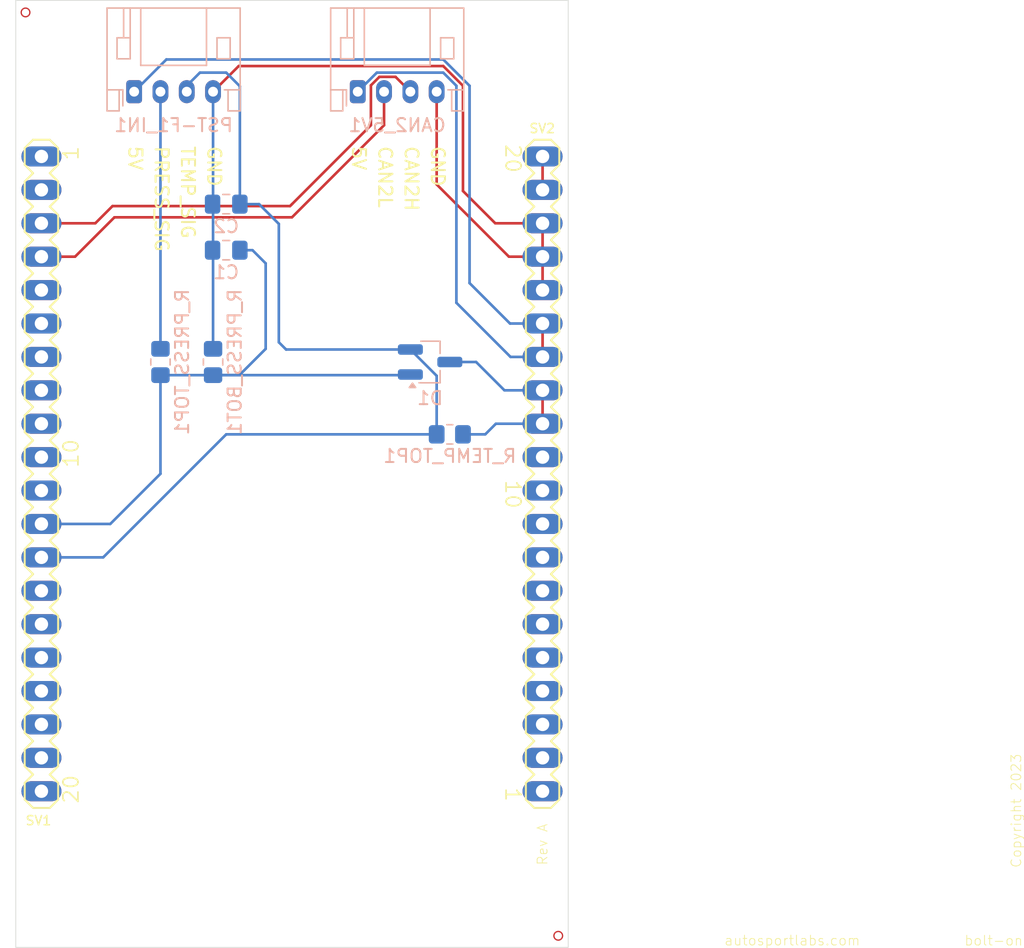
<source format=kicad_pcb>
(kicad_pcb (version 20241229) (generator "pcbnew") (generator_version "9.0")
  (layers (0 "F.Cu" signal) (4 "In1.Cu" signal) (6 "In2.Cu" signal) (2 "B.Cu" signal) (13 "F.Paste" user) (15 "B.Paste" user) (5 "F.SilkS" user "F.Silkscreen") (7 "B.SilkS" user "B.Silkscreen") (1 "F.Mask" user) (3 "B.Mask" user) (25 "Edge.Cuts" user))
  (net 0 "")
  (net 1 "GND")
  (net 2 "/IO14")
  (net 3 "/IO41")
  (net 4 "/IO40")
  (net 5 "/IO21")
  (net 6 "/CAN1L")
  (net 7 "/IO39")
  (net 8 "/CAN1H")
  (net 9 "/IO48")
  (net 10 "/TX_TO_DEBUG")
  (net 11 "/RX_FROM_DEBUG")
  (net 12 "/IO42")
  (net 13 "/IO45")
  (net 14 "/IO37")
  (net 15 "/IO47")
  (net 16 "/IO38")
  (net 17 "/IO1")
  (net 18 "/IO9")
  (net 19 "/IO17")
  (net 20 "/+12V")
  (net 21 "/IO46")
  (net 22 "/IO35")
  (net 23 "/IO36")
  (net 24 "/IO0")
  (net 25 "/IO2")
  (net 26 "/IO4")
  (net 27 "/IO5")
  (net 28 "/IO15")
  (net 29 "/IO18")
  (net 30 "/IO8")
  (net 31 "/IO16")
  (net 32 "/+3.3V")
  (net 33 "/+5V")
  (net 34 "/CAN2H")
  (net 35 "/CAN2L")
  (net 36 "Net-(PST-F1_IN1-PRESS_SIG)")
  (footprint "Bolt-on:MA20-1L_162" (layer "F.Cu") (at 129.4511 105.0036 90)
    (property "Reference" "SV1" (at -25.951 0.815 0) (layer "F.SilkS") (effects (font (size 0.6985 0.6985) (thickness 0.1143)) (justify right top)))
    (property "Value" "~")
    (fp_line (start 23.495 -1.27) (end 24.765 -1.27) (stroke (width 0.1524)) (layer "F.SilkS"))
    (fp_line (start 22.225 -1.27) (end 22.86 -0.635) (stroke (width 0.1524)) (layer "F.SilkS"))
    (fp_line (start 20.955 -1.27) (end 22.225 -1.27) (stroke (width 0.1524)) (layer "F.SilkS"))
    (fp_line (start 19.685 -1.27) (end 20.32 -0.635) (stroke (width 0.1524)) (layer "F.SilkS"))
    (fp_line (start 18.415 -1.27) (end 19.685 -1.27) (stroke (width 0.1524)) (layer "F.SilkS"))
    (fp_line (start 15.875 -1.27) (end 17.145 -1.27) (stroke (width 0.1524)) (layer "F.SilkS"))
    (fp_line (start 14.605 -1.27) (end 15.24 -0.635) (stroke (width 0.1524)) (layer "F.SilkS"))
    (fp_line (start 13.335 -1.27) (end 14.605 -1.27) (stroke (width 0.1524)) (layer "F.SilkS"))
    (fp_line (start 10.795 -1.27) (end 12.065 -1.27) (stroke (width 0.1524)) (layer "F.SilkS"))
    (fp_line (start 9.525 -1.27) (end 10.16 -0.635) (stroke (width 0.1524)) (layer "F.SilkS"))
    (fp_line (start 8.255 -1.27) (end 9.525 -1.27) (stroke (width 0.1524)) (layer "F.SilkS"))
    (fp_line (start 6.985 -1.27) (end 7.62 -0.635) (stroke (width 0.1524)) (layer "F.SilkS"))
    (fp_line (start 5.715 -1.27) (end 6.985 -1.27) (stroke (width 0.1524)) (layer "F.SilkS"))
    (fp_line (start 3.175 -1.27) (end 4.445 -1.27) (stroke (width 0.1524)) (layer "F.SilkS"))
    (fp_line (start 1.905 -1.27) (end 2.54 -0.635) (stroke (width 0.1524)) (layer "F.SilkS"))
    (fp_line (start 0.635 -1.27) (end 1.905 -1.27) (stroke (width 0.1524)) (layer "F.SilkS"))
    (fp_line (start -1.905 -1.27) (end -0.635 -1.27) (stroke (width 0.1524)) (layer "F.SilkS"))
    (fp_line (start -3.175 -1.27) (end -2.54 -0.635) (stroke (width 0.1524)) (layer "F.SilkS"))
    (fp_line (start -4.445 -1.27) (end -3.175 -1.27) (stroke (width 0.1524)) (layer "F.SilkS"))
    (fp_line (start -5.715 -1.27) (end -5.08 -0.635) (stroke (width 0.1524)) (layer "F.SilkS"))
    (fp_line (start -6.985 -1.27) (end -5.715 -1.27) (stroke (width 0.1524)) (layer "F.SilkS"))
    (fp_line (start -9.525 -1.27) (end -8.255 -1.27) (stroke (width 0.1524)) (layer "F.SilkS"))
    (fp_line (start -10.795 -1.27) (end -10.16 -0.635) (stroke (width 0.1524)) (layer "F.SilkS"))
    (fp_line (start -12.065 -1.27) (end -10.795 -1.27) (stroke (width 0.1524)) (layer "F.SilkS"))
    (fp_line (start -14.605 -1.27) (end -13.335 -1.27) (stroke (width 0.1524)) (layer "F.SilkS"))
    (fp_line (start -15.875 -1.27) (end -15.24 -0.635) (stroke (width 0.1524)) (layer "F.SilkS"))
    (fp_line (start -17.145 -1.27) (end -15.875 -1.27) (stroke (width 0.1524)) (layer "F.SilkS"))
    (fp_line (start -18.415 -1.27) (end -17.78 -0.635) (stroke (width 0.1524)) (layer "F.SilkS"))
    (fp_line (start -19.685 -1.27) (end -18.415 -1.27) (stroke (width 0.1524)) (layer "F.SilkS"))
    (fp_line (start -22.225 -1.27) (end -20.955 -1.27) (stroke (width 0.1524)) (layer "F.SilkS"))
    (fp_line (start -23.495 -1.27) (end -22.86 -0.635) (stroke (width 0.1524)) (layer "F.SilkS"))
    (fp_line (start -24.765 -1.27) (end -23.495 -1.27) (stroke (width 0.1524)) (layer "F.SilkS"))
    (fp_line (start 25.4 -0.635) (end 24.765 -1.27) (stroke (width 0.1524)) (layer "F.SilkS"))
    (fp_line (start 22.86 -0.635) (end 23.495 -1.27) (stroke (width 0.1524)) (layer "F.SilkS"))
    (fp_line (start 20.32 -0.635) (end 20.955 -1.27) (stroke (width 0.1524)) (layer "F.SilkS"))
    (fp_line (start 17.78 -0.635) (end 18.415 -1.27) (stroke (width 0.1524)) (layer "F.SilkS"))
    (fp_line (start 17.78 -0.635) (end 17.145 -1.27) (stroke (width 0.1524)) (layer "F.SilkS"))
    (fp_line (start 15.24 -0.635) (end 15.875 -1.27) (stroke (width 0.1524)) (layer "F.SilkS"))
    (fp_line (start 12.7 -0.635) (end 13.335 -1.27) (stroke (width 0.1524)) (layer "F.SilkS"))
    (fp_line (start 12.7 -0.635) (end 12.065 -1.27) (stroke (width 0.1524)) (layer "F.SilkS"))
    (fp_line (start 10.16 -0.635) (end 10.795 -1.27) (stroke (width 0.1524)) (layer "F.SilkS"))
    (fp_line (start 7.62 -0.635) (end 8.255 -1.27) (stroke (width 0.1524)) (layer "F.SilkS"))
    (fp_line (start 5.08 -0.635) (end 5.715 -1.27) (stroke (width 0.1524)) (layer "F.SilkS"))
    (fp_line (start 5.08 -0.635) (end 4.445 -1.27) (stroke (width 0.1524)) (layer "F.SilkS"))
    (fp_line (start 2.54 -0.635) (end 3.175 -1.27) (stroke (width 0.1524)) (layer "F.SilkS"))
    (fp_line (start 0 -0.635) (end 0.635 -1.27) (stroke (width 0.1524)) (layer "F.SilkS"))
    (fp_line (start 0 -0.635) (end -0.635 -1.27) (stroke (width 0.1524)) (layer "F.SilkS"))
    (fp_line (start -2.54 -0.635) (end -1.905 -1.27) (stroke (width 0.1524)) (layer "F.SilkS"))
    (fp_line (start -5.08 -0.635) (end -4.445 -1.27) (stroke (width 0.1524)) (layer "F.SilkS"))
    (fp_line (start -7.62 -0.635) (end -6.985 -1.27) (stroke (width 0.1524)) (layer "F.SilkS"))
    (fp_line (start -7.62 -0.635) (end -8.255 -1.27) (stroke (width 0.1524)) (layer "F.SilkS"))
    (fp_line (start -10.16 -0.635) (end -9.525 -1.27) (stroke (width 0.1524)) (layer "F.SilkS"))
    (fp_line (start -12.7 -0.635) (end -12.065 -1.27) (stroke (width 0.1524)) (layer "F.SilkS"))
    (fp_line (start -12.7 -0.635) (end -13.335 -1.27) (stroke (width 0.1524)) (layer "F.SilkS"))
    (fp_line (start -15.24 -0.635) (end -14.605 -1.27) (stroke (width 0.1524)) (layer "F.SilkS"))
    (fp_line (start -17.78 -0.635) (end -17.145 -1.27) (stroke (width 0.1524)) (layer "F.SilkS"))
    (fp_line (start -20.32 -0.635) (end -19.685 -1.27) (stroke (width 0.1524)) (layer "F.SilkS"))
    (fp_line (start -20.32 -0.635) (end -20.955 -1.27) (stroke (width 0.1524)) (layer "F.SilkS"))
    (fp_line (start -22.86 -0.635) (end -22.225 -1.27) (stroke (width 0.1524)) (layer "F.SilkS"))
    (fp_line (start -25.4 -0.635) (end -24.765 -1.27) (stroke (width 0.1524)) (layer "F.SilkS"))
    (fp_line (start 25.4 0.635) (end 25.4 -0.635) (stroke (width 0.1524)) (layer "F.SilkS"))
    (fp_line (start 22.86 0.635) (end 22.225 1.27) (stroke (width 0.1524)) (layer "F.SilkS"))
    (fp_line (start 20.32 0.635) (end 19.685 1.27) (stroke (width 0.1524)) (layer "F.SilkS"))
    (fp_line (start 15.24 0.635) (end 14.605 1.27) (stroke (width 0.1524)) (layer "F.SilkS"))
    (fp_line (start 10.16 0.635) (end 9.525 1.27) (stroke (width 0.1524)) (layer "F.SilkS"))
    (fp_line (start 7.62 0.635) (end 6.985 1.27) (stroke (width 0.1524)) (layer "F.SilkS"))
    (fp_line (start 2.54 0.635) (end 1.905 1.27) (stroke (width 0.1524)) (layer "F.SilkS"))
    (fp_line (start -2.54 0.635) (end -3.175 1.27) (stroke (width 0.1524)) (layer "F.SilkS"))
    (fp_line (start -5.08 0.635) (end -5.715 1.27) (stroke (width 0.1524)) (layer "F.SilkS"))
    (fp_line (start -10.16 0.635) (end -10.795 1.27) (stroke (width 0.1524)) (layer "F.SilkS"))
    (fp_line (start -15.24 0.635) (end -15.875 1.27) (stroke (width 0.1524)) (layer "F.SilkS"))
    (fp_line (start -17.78 0.635) (end -18.415 1.27) (stroke (width 0.1524)) (layer "F.SilkS"))
    (fp_line (start -22.86 0.635) (end -23.495 1.27) (stroke (width 0.1524)) (layer "F.SilkS"))
    (fp_line (start -25.4 0.635) (end -25.4 -0.635) (stroke (width 0.1524)) (layer "F.SilkS"))
    (fp_line (start 24.765 1.27) (end 25.4 0.635) (stroke (width 0.1524)) (layer "F.SilkS"))
    (fp_line (start 24.765 1.27) (end 23.495 1.27) (stroke (width 0.1524)) (layer "F.SilkS"))
    (fp_line (start 23.495 1.27) (end 22.86 0.635) (stroke (width 0.1524)) (layer "F.SilkS"))
    (fp_line (start 22.225 1.27) (end 20.955 1.27) (stroke (width 0.1524)) (layer "F.SilkS"))
    (fp_line (start 20.955 1.27) (end 20.32 0.635) (stroke (width 0.1524)) (layer "F.SilkS"))
    (fp_line (start 19.685 1.27) (end 18.415 1.27) (stroke (width 0.1524)) (layer "F.SilkS"))
    (fp_line (start 18.415 1.27) (end 17.78 0.635) (stroke (width 0.1524)) (layer "F.SilkS"))
    (fp_line (start 17.145 1.27) (end 17.78 0.635) (stroke (width 0.1524)) (layer "F.SilkS"))
    (fp_line (start 17.145 1.27) (end 15.875 1.27) (stroke (width 0.1524)) (layer "F.SilkS"))
    (fp_line (start 15.875 1.27) (end 15.24 0.635) (stroke (width 0.1524)) (layer "F.SilkS"))
    (fp_line (start 14.605 1.27) (end 13.335 1.27) (stroke (width 0.1524)) (layer "F.SilkS"))
    (fp_line (start 13.335 1.27) (end 12.7 0.635) (stroke (width 0.1524)) (layer "F.SilkS"))
    (fp_line (start 12.065 1.27) (end 12.7 0.635) (stroke (width 0.1524)) (layer "F.SilkS"))
    (fp_line (start 12.065 1.27) (end 10.795 1.27) (stroke (width 0.1524)) (layer "F.SilkS"))
    (fp_line (start 10.795 1.27) (end 10.16 0.635) (stroke (width 0.1524)) (layer "F.SilkS"))
    (fp_line (start 9.525 1.27) (end 8.255 1.27) (stroke (width 0.1524)) (layer "F.SilkS"))
    (fp_line (start 8.255 1.27) (end 7.62 0.635) (stroke (width 0.1524)) (layer "F.SilkS"))
    (fp_line (start 6.985 1.27) (end 5.715 1.27) (stroke (width 0.1524)) (layer "F.SilkS"))
    (fp_line (start 5.715 1.27) (end 5.08 0.635) (stroke (width 0.1524)) (layer "F.SilkS"))
    (fp_line (start 4.445 1.27) (end 5.08 0.635) (stroke (width 0.1524)) (layer "F.SilkS"))
    (fp_line (start 4.445 1.27) (end 3.175 1.27) (stroke (width 0.1524)) (layer "F.SilkS"))
    (fp_line (start 3.175 1.27) (end 2.54 0.635) (stroke (width 0.1524)) (layer "F.SilkS"))
    (fp_line (start 1.905 1.27) (end 0.635 1.27) (stroke (width 0.1524)) (layer "F.SilkS"))
    (fp_line (start 0.635 1.27) (end 0 0.635) (stroke (width 0.1524)) (layer "F.SilkS"))
    (fp_line (start -0.635 1.27) (end 0 0.635) (stroke (width 0.1524)) (layer "F.SilkS"))
    (fp_line (start -0.635 1.27) (end -1.905 1.27) (stroke (width 0.1524)) (layer "F.SilkS"))
    (fp_line (start -1.905 1.27) (end -2.54 0.635) (stroke (width 0.1524)) (layer "F.SilkS"))
    (fp_line (start -3.175 1.27) (end -4.445 1.27) (stroke (width 0.1524)) (layer "F.SilkS"))
    (fp_line (start -4.445 1.27) (end -5.08 0.635) (stroke (width 0.1524)) (layer "F.SilkS"))
    (fp_line (start -5.715 1.27) (end -6.985 1.27) (stroke (width 0.1524)) (layer "F.SilkS"))
    (fp_line (start -6.985 1.27) (end -7.62 0.635) (stroke (width 0.1524)) (layer "F.SilkS"))
    (fp_line (start -8.255 1.27) (end -7.62 0.635) (stroke (width 0.1524)) (layer "F.SilkS"))
    (fp_line (start -8.255 1.27) (end -9.525 1.27) (stroke (width 0.1524)) (layer "F.SilkS"))
    (fp_line (start -9.525 1.27) (end -10.16 0.635) (stroke (width 0.1524)) (layer "F.SilkS"))
    (fp_line (start -10.795 1.27) (end -12.065 1.27) (stroke (width 0.1524)) (layer "F.SilkS"))
    (fp_line (start -12.065 1.27) (end -12.7 0.635) (stroke (width 0.1524)) (layer "F.SilkS"))
    (fp_line (start -13.335 1.27) (end -12.7 0.635) (stroke (width 0.1524)) (layer "F.SilkS"))
    (fp_line (start -13.335 1.27) (end -14.605 1.27) (stroke (width 0.1524)) (layer "F.SilkS"))
    (fp_line (start -14.605 1.27) (end -15.24 0.635) (stroke (width 0.1524)) (layer "F.SilkS"))
    (fp_line (start -15.875 1.27) (end -17.145 1.27) (stroke (width 0.1524)) (layer "F.SilkS"))
    (fp_line (start -17.145 1.27) (end -17.78 0.635) (stroke (width 0.1524)) (layer "F.SilkS"))
    (fp_line (start -18.415 1.27) (end -19.685 1.27) (stroke (width 0.1524)) (layer "F.SilkS"))
    (fp_line (start -19.685 1.27) (end -20.32 0.635) (stroke (width 0.1524)) (layer "F.SilkS"))
    (fp_line (start -20.955 1.27) (end -20.32 0.635) (stroke (width 0.1524)) (layer "F.SilkS"))
    (fp_line (start -20.955 1.27) (end -22.225 1.27) (stroke (width 0.1524)) (layer "F.SilkS"))
    (fp_line (start -22.225 1.27) (end -22.86 0.635) (stroke (width 0.1524)) (layer "F.SilkS"))
    (fp_line (start -23.495 1.27) (end -24.765 1.27) (stroke (width 0.1524)) (layer "F.SilkS"))
    (fp_line (start -24.765 1.27) (end -25.4 0.635) (stroke (width 0.1524)) (layer "F.SilkS"))
    (fp_text user "20" (at -25.146 2.921 90) (layer "F.SilkS") (effects (font (size 1.143 1.143) (thickness 0.127)) (justify left bottom)))
    (fp_text user "1" (at 23.749 2.921 90) (layer "F.SilkS") (effects (font (size 1.143 1.143) (thickness 0.127)) (justify left bottom)))
    (fp_text user "10" (at 0.381 2.921 90) (layer "F.SilkS") (effects (font (size 1.143 1.143) (thickness 0.127)) (justify left bottom)))
    (pad "1" thru_hole oval (at 24.13 0 180) (size 3.048 1.524) (drill 1.016) (layers "*.Cu" "*.Mask") (net 8 "/CAN1H"))
    (pad "2" thru_hole oval (at 21.59 0 180) (size 3.048 1.524) (drill 1.016) (layers "*.Cu" "*.Mask") (net 6 "/CAN1L"))
    (pad "3" thru_hole oval (at 19.05 0 180) (size 3.048 1.524) (drill 1.016) (layers "*.Cu" "*.Mask") (net 34 "/CAN2H"))
    (pad "4" thru_hole oval (at 16.51 0 180) (size 3.048 1.524) (drill 1.016) (layers "*.Cu" "*.Mask") (net 35 "/CAN2L"))
    (pad "5" thru_hole oval (at 13.97 0 180) (size 3.048 1.524) (drill 1.016) (layers "*.Cu" "*.Mask") (net 11 "/RX_FROM_DEBUG"))
    (pad "6" thru_hole oval (at 11.43 0 180) (size 3.048 1.524) (drill 1.016) (layers "*.Cu" "*.Mask") (net 10 "/TX_TO_DEBUG"))
    (pad "7" thru_hole oval (at 8.89 0 180) (size 3.048 1.524) (drill 1.016) (layers "*.Cu" "*.Mask") (net 2 "/IO14"))
    (pad "8" thru_hole oval (at 6.35 0 180) (size 3.048 1.524) (drill 1.016) (layers "*.Cu" "*.Mask") (net 5 "/IO21"))
    (pad "9" thru_hole oval (at 3.81 0 180) (size 3.048 1.524) (drill 1.016) (layers "*.Cu" "*.Mask") (net 15 "/IO47"))
    (pad "10" thru_hole oval (at 1.27 0 180) (size 3.048 1.524) (drill 1.016) (layers "*.Cu" "*.Mask") (net 9 "/IO48"))
    (pad "11" thru_hole oval (at -1.27 0 180) (size 3.048 1.524) (drill 1.016) (layers "*.Cu" "*.Mask") (net 13 "/IO45"))
    (pad "12" thru_hole oval (at -3.81 0 180) (size 3.048 1.524) (drill 1.016) (layers "*.Cu" "*.Mask") (net 22 "/IO35"))
    (pad "13" thru_hole oval (at -6.35 0 180) (size 3.048 1.524) (drill 1.016) (layers "*.Cu" "*.Mask") (net 23 "/IO36"))
    (pad "14" thru_hole oval (at -8.89 0 180) (size 3.048 1.524) (drill 1.016) (layers "*.Cu" "*.Mask") (net 14 "/IO37"))
    (pad "15" thru_hole oval (at -11.43 0 180) (size 3.048 1.524) (drill 1.016) (layers "*.Cu" "*.Mask") (net 16 "/IO38"))
    (pad "16" thru_hole oval (at -13.97 0 180) (size 3.048 1.524) (drill 1.016) (layers "*.Cu" "*.Mask") (net 7 "/IO39"))
    (pad "17" thru_hole oval (at -16.51 0 180) (size 3.048 1.524) (drill 1.016) (layers "*.Cu" "*.Mask") (net 4 "/IO40"))
    (pad "18" thru_hole oval (at -19.05 0 180) (size 3.048 1.524) (drill 1.016) (layers "*.Cu" "*.Mask") (net 3 "/IO41"))
    (pad "19" thru_hole oval (at -21.59 0 180) (size 3.048 1.524) (drill 1.016) (layers "*.Cu" "*.Mask") (net 12 "/IO42"))
    (pad "20" thru_hole oval (at -24.13 0 180) (size 3.048 1.524) (drill 1.016) (layers "*.Cu" "*.Mask") (net 17 "/IO1"))
  )
  (footprint "Bolt-on:MA20-1L_162" (layer "F.Cu") (at 167.5511 105.0036 -90)
    (property "Reference" "SV2" (at -26.669 -1.015 0) (layer "F.SilkS") (effects (font (size 0.6985 0.6985) (thickness 0.1143)) (justify right top)))
    (property "Value" "~")
    (fp_line (start -24.765 1.27) (end -25.4 0.635) (stroke (width 0.1524)) (layer "F.SilkS"))
    (fp_line (start -23.495 1.27) (end -24.765 1.27) (stroke (width 0.1524)) (layer "F.SilkS"))
    (fp_line (start -22.225 1.27) (end -22.86 0.635) (stroke (width 0.1524)) (layer "F.SilkS"))
    (fp_line (start -20.955 1.27) (end -22.225 1.27) (stroke (width 0.1524)) (layer "F.SilkS"))
    (fp_line (start -20.955 1.27) (end -20.32 0.635) (stroke (width 0.1524)) (layer "F.SilkS"))
    (fp_line (start -19.685 1.27) (end -20.32 0.635) (stroke (width 0.1524)) (layer "F.SilkS"))
    (fp_line (start -18.415 1.27) (end -19.685 1.27) (stroke (width 0.1524)) (layer "F.SilkS"))
    (fp_line (start -17.145 1.27) (end -17.78 0.635) (stroke (width 0.1524)) (layer "F.SilkS"))
    (fp_line (start -15.875 1.27) (end -17.145 1.27) (stroke (width 0.1524)) (layer "F.SilkS"))
    (fp_line (start -14.605 1.27) (end -15.24 0.635) (stroke (width 0.1524)) (layer "F.SilkS"))
    (fp_line (start -13.335 1.27) (end -14.605 1.27) (stroke (width 0.1524)) (layer "F.SilkS"))
    (fp_line (start -13.335 1.27) (end -12.7 0.635) (stroke (width 0.1524)) (layer "F.SilkS"))
    (fp_line (start -12.065 1.27) (end -12.7 0.635) (stroke (width 0.1524)) (layer "F.SilkS"))
    (fp_line (start -10.795 1.27) (end -12.065 1.27) (stroke (width 0.1524)) (layer "F.SilkS"))
    (fp_line (start -9.525 1.27) (end -10.16 0.635) (stroke (width 0.1524)) (layer "F.SilkS"))
    (fp_line (start -8.255 1.27) (end -9.525 1.27) (stroke (width 0.1524)) (layer "F.SilkS"))
    (fp_line (start -8.255 1.27) (end -7.62 0.635) (stroke (width 0.1524)) (layer "F.SilkS"))
    (fp_line (start -6.985 1.27) (end -7.62 0.635) (stroke (width 0.1524)) (layer "F.SilkS"))
    (fp_line (start -5.715 1.27) (end -6.985 1.27) (stroke (width 0.1524)) (layer "F.SilkS"))
    (fp_line (start -4.445 1.27) (end -5.08 0.635) (stroke (width 0.1524)) (layer "F.SilkS"))
    (fp_line (start -3.175 1.27) (end -4.445 1.27) (stroke (width 0.1524)) (layer "F.SilkS"))
    (fp_line (start -1.905 1.27) (end -2.54 0.635) (stroke (width 0.1524)) (layer "F.SilkS"))
    (fp_line (start -0.635 1.27) (end -1.905 1.27) (stroke (width 0.1524)) (layer "F.SilkS"))
    (fp_line (start -0.635 1.27) (end 0 0.635) (stroke (width 0.1524)) (layer "F.SilkS"))
    (fp_line (start 0.635 1.27) (end 0 0.635) (stroke (width 0.1524)) (layer "F.SilkS"))
    (fp_line (start 1.905 1.27) (end 0.635 1.27) (stroke (width 0.1524)) (layer "F.SilkS"))
    (fp_line (start 3.175 1.27) (end 2.54 0.635) (stroke (width 0.1524)) (layer "F.SilkS"))
    (fp_line (start 4.445 1.27) (end 3.175 1.27) (stroke (width 0.1524)) (layer "F.SilkS"))
    (fp_line (start 4.445 1.27) (end 5.08 0.635) (stroke (width 0.1524)) (layer "F.SilkS"))
    (fp_line (start 5.715 1.27) (end 5.08 0.635) (stroke (width 0.1524)) (layer "F.SilkS"))
    (fp_line (start 6.985 1.27) (end 5.715 1.27) (stroke (width 0.1524)) (layer "F.SilkS"))
    (fp_line (start 8.255 1.27) (end 7.62 0.635) (stroke (width 0.1524)) (layer "F.SilkS"))
    (fp_line (start 9.525 1.27) (end 8.255 1.27) (stroke (width 0.1524)) (layer "F.SilkS"))
    (fp_line (start 10.795 1.27) (end 10.16 0.635) (stroke (width 0.1524)) (layer "F.SilkS"))
    (fp_line (start 12.065 1.27) (end 10.795 1.27) (stroke (width 0.1524)) (layer "F.SilkS"))
    (fp_line (start 12.065 1.27) (end 12.7 0.635) (stroke (width 0.1524)) (layer "F.SilkS"))
    (fp_line (start 13.335 1.27) (end 12.7 0.635) (stroke (width 0.1524)) (layer "F.SilkS"))
    (fp_line (start 14.605 1.27) (end 13.335 1.27) (stroke (width 0.1524)) (layer "F.SilkS"))
    (fp_line (start 15.875 1.27) (end 15.24 0.635) (stroke (width 0.1524)) (layer "F.SilkS"))
    (fp_line (start 17.145 1.27) (end 15.875 1.27) (stroke (width 0.1524)) (layer "F.SilkS"))
    (fp_line (start 17.145 1.27) (end 17.78 0.635) (stroke (width 0.1524)) (layer "F.SilkS"))
    (fp_line (start 18.415 1.27) (end 17.78 0.635) (stroke (width 0.1524)) (layer "F.SilkS"))
    (fp_line (start 19.685 1.27) (end 18.415 1.27) (stroke (width 0.1524)) (layer "F.SilkS"))
    (fp_line (start 20.955 1.27) (end 20.32 0.635) (stroke (width 0.1524)) (layer "F.SilkS"))
    (fp_line (start 22.225 1.27) (end 20.955 1.27) (stroke (width 0.1524)) (layer "F.SilkS"))
    (fp_line (start 23.495 1.27) (end 22.86 0.635) (stroke (width 0.1524)) (layer "F.SilkS"))
    (fp_line (start 24.765 1.27) (end 23.495 1.27) (stroke (width 0.1524)) (layer "F.SilkS"))
    (fp_line (start 24.765 1.27) (end 25.4 0.635) (stroke (width 0.1524)) (layer "F.SilkS"))
    (fp_line (start -25.4 0.635) (end -25.4 -0.635) (stroke (width 0.1524)) (layer "F.SilkS"))
    (fp_line (start -22.86 0.635) (end -23.495 1.27) (stroke (width 0.1524)) (layer "F.SilkS"))
    (fp_line (start -17.78 0.635) (end -18.415 1.27) (stroke (width 0.1524)) (layer "F.SilkS"))
    (fp_line (start -15.24 0.635) (end -15.875 1.27) (stroke (width 0.1524)) (layer "F.SilkS"))
    (fp_line (start -10.16 0.635) (end -10.795 1.27) (stroke (width 0.1524)) (layer "F.SilkS"))
    (fp_line (start -5.08 0.635) (end -5.715 1.27) (stroke (width 0.1524)) (layer "F.SilkS"))
    (fp_line (start -2.54 0.635) (end -3.175 1.27) (stroke (width 0.1524)) (layer "F.SilkS"))
    (fp_line (start 2.54 0.635) (end 1.905 1.27) (stroke (width 0.1524)) (layer "F.SilkS"))
    (fp_line (start 7.62 0.635) (end 6.985 1.27) (stroke (width 0.1524)) (layer "F.SilkS"))
    (fp_line (start 10.16 0.635) (end 9.525 1.27) (stroke (width 0.1524)) (layer "F.SilkS"))
    (fp_line (start 15.24 0.635) (end 14.605 1.27) (stroke (width 0.1524)) (layer "F.SilkS"))
    (fp_line (start 20.32 0.635) (end 19.685 1.27) (stroke (width 0.1524)) (layer "F.SilkS"))
    (fp_line (start 22.86 0.635) (end 22.225 1.27) (stroke (width 0.1524)) (layer "F.SilkS"))
    (fp_line (start 25.4 0.635) (end 25.4 -0.635) (stroke (width 0.1524)) (layer "F.SilkS"))
    (fp_line (start -25.4 -0.635) (end -24.765 -1.27) (stroke (width 0.1524)) (layer "F.SilkS"))
    (fp_line (start -22.86 -0.635) (end -22.225 -1.27) (stroke (width 0.1524)) (layer "F.SilkS"))
    (fp_line (start -20.32 -0.635) (end -20.955 -1.27) (stroke (width 0.1524)) (layer "F.SilkS"))
    (fp_line (start -20.32 -0.635) (end -19.685 -1.27) (stroke (width 0.1524)) (layer "F.SilkS"))
    (fp_line (start -17.78 -0.635) (end -17.145 -1.27) (stroke (width 0.1524)) (layer "F.SilkS"))
    (fp_line (start -15.24 -0.635) (end -14.605 -1.27) (stroke (width 0.1524)) (layer "F.SilkS"))
    (fp_line (start -12.7 -0.635) (end -13.335 -1.27) (stroke (width 0.1524)) (layer "F.SilkS"))
    (fp_line (start -12.7 -0.635) (end -12.065 -1.27) (stroke (width 0.1524)) (layer "F.SilkS"))
    (fp_line (start -10.16 -0.635) (end -9.525 -1.27) (stroke (width 0.1524)) (layer "F.SilkS"))
    (fp_line (start -7.62 -0.635) (end -8.255 -1.27) (stroke (width 0.1524)) (layer "F.SilkS"))
    (fp_line (start -7.62 -0.635) (end -6.985 -1.27) (stroke (width 0.1524)) (layer "F.SilkS"))
    (fp_line (start -5.08 -0.635) (end -4.445 -1.27) (stroke (width 0.1524)) (layer "F.SilkS"))
    (fp_line (start -2.54 -0.635) (end -1.905 -1.27) (stroke (width 0.1524)) (layer "F.SilkS"))
    (fp_line (start 0 -0.635) (end -0.635 -1.27) (stroke (width 0.1524)) (layer "F.SilkS"))
    (fp_line (start 0 -0.635) (end 0.635 -1.27) (stroke (width 0.1524)) (layer "F.SilkS"))
    (fp_line (start 2.54 -0.635) (end 3.175 -1.27) (stroke (width 0.1524)) (layer "F.SilkS"))
    (fp_line (start 5.08 -0.635) (end 4.445 -1.27) (stroke (width 0.1524)) (layer "F.SilkS"))
    (fp_line (start 5.08 -0.635) (end 5.715 -1.27) (stroke (width 0.1524)) (layer "F.SilkS"))
    (fp_line (start 7.62 -0.635) (end 8.255 -1.27) (stroke (width 0.1524)) (layer "F.SilkS"))
    (fp_line (start 10.16 -0.635) (end 10.795 -1.27) (stroke (width 0.1524)) (layer "F.SilkS"))
    (fp_line (start 12.7 -0.635) (end 12.065 -1.27) (stroke (width 0.1524)) (layer "F.SilkS"))
    (fp_line (start 12.7 -0.635) (end 13.335 -1.27) (stroke (width 0.1524)) (layer "F.SilkS"))
    (fp_line (start 15.24 -0.635) (end 15.875 -1.27) (stroke (width 0.1524)) (layer "F.SilkS"))
    (fp_line (start 17.78 -0.635) (end 17.145 -1.27) (stroke (width 0.1524)) (layer "F.SilkS"))
    (fp_line (start 17.78 -0.635) (end 18.415 -1.27) (stroke (width 0.1524)) (layer "F.SilkS"))
    (fp_line (start 20.32 -0.635) (end 20.955 -1.27) (stroke (width 0.1524)) (layer "F.SilkS"))
    (fp_line (start 22.86 -0.635) (end 23.495 -1.27) (stroke (width 0.1524)) (layer "F.SilkS"))
    (fp_line (start 25.4 -0.635) (end 24.765 -1.27) (stroke (width 0.1524)) (layer "F.SilkS"))
    (fp_line (start -24.765 -1.27) (end -23.495 -1.27) (stroke (width 0.1524)) (layer "F.SilkS"))
    (fp_line (start -23.495 -1.27) (end -22.86 -0.635) (stroke (width 0.1524)) (layer "F.SilkS"))
    (fp_line (start -22.225 -1.27) (end -20.955 -1.27) (stroke (width 0.1524)) (layer "F.SilkS"))
    (fp_line (start -19.685 -1.27) (end -18.415 -1.27) (stroke (width 0.1524)) (layer "F.SilkS"))
    (fp_line (start -18.415 -1.27) (end -17.78 -0.635) (stroke (width 0.1524)) (layer "F.SilkS"))
    (fp_line (start -17.145 -1.27) (end -15.875 -1.27) (stroke (width 0.1524)) (layer "F.SilkS"))
    (fp_line (start -15.875 -1.27) (end -15.24 -0.635) (stroke (width 0.1524)) (layer "F.SilkS"))
    (fp_line (start -14.605 -1.27) (end -13.335 -1.27) (stroke (width 0.1524)) (layer "F.SilkS"))
    (fp_line (start -12.065 -1.27) (end -10.795 -1.27) (stroke (width 0.1524)) (layer "F.SilkS"))
    (fp_line (start -10.795 -1.27) (end -10.16 -0.635) (stroke (width 0.1524)) (layer "F.SilkS"))
    (fp_line (start -9.525 -1.27) (end -8.255 -1.27) (stroke (width 0.1524)) (layer "F.SilkS"))
    (fp_line (start -6.985 -1.27) (end -5.715 -1.27) (stroke (width 0.1524)) (layer "F.SilkS"))
    (fp_line (start -5.715 -1.27) (end -5.08 -0.635) (stroke (width 0.1524)) (layer "F.SilkS"))
    (fp_line (start -4.445 -1.27) (end -3.175 -1.27) (stroke (width 0.1524)) (layer "F.SilkS"))
    (fp_line (start -3.175 -1.27) (end -2.54 -0.635) (stroke (width 0.1524)) (layer "F.SilkS"))
    (fp_line (start -1.905 -1.27) (end -0.635 -1.27) (stroke (width 0.1524)) (layer "F.SilkS"))
    (fp_line (start 0.635 -1.27) (end 1.905 -1.27) (stroke (width 0.1524)) (layer "F.SilkS"))
    (fp_line (start 1.905 -1.27) (end 2.54 -0.635) (stroke (width 0.1524)) (layer "F.SilkS"))
    (fp_line (start 3.175 -1.27) (end 4.445 -1.27) (stroke (width 0.1524)) (layer "F.SilkS"))
    (fp_line (start 5.715 -1.27) (end 6.985 -1.27) (stroke (width 0.1524)) (layer "F.SilkS"))
    (fp_line (start 6.985 -1.27) (end 7.62 -0.635) (stroke (width 0.1524)) (layer "F.SilkS"))
    (fp_line (start 8.255 -1.27) (end 9.525 -1.27) (stroke (width 0.1524)) (layer "F.SilkS"))
    (fp_line (start 9.525 -1.27) (end 10.16 -0.635) (stroke (width 0.1524)) (layer "F.SilkS"))
    (fp_line (start 10.795 -1.27) (end 12.065 -1.27) (stroke (width 0.1524)) (layer "F.SilkS"))
    (fp_line (start 13.335 -1.27) (end 14.605 -1.27) (stroke (width 0.1524)) (layer "F.SilkS"))
    (fp_line (start 14.605 -1.27) (end 15.24 -0.635) (stroke (width 0.1524)) (layer "F.SilkS"))
    (fp_line (start 15.875 -1.27) (end 17.145 -1.27) (stroke (width 0.1524)) (layer "F.SilkS"))
    (fp_line (start 18.415 -1.27) (end 19.685 -1.27) (stroke (width 0.1524)) (layer "F.SilkS"))
    (fp_line (start 19.685 -1.27) (end 20.32 -0.635) (stroke (width 0.1524)) (layer "F.SilkS"))
    (fp_line (start 20.955 -1.27) (end 22.225 -1.27) (stroke (width 0.1524)) (layer "F.SilkS"))
    (fp_line (start 22.225 -1.27) (end 22.86 -0.635) (stroke (width 0.1524)) (layer "F.SilkS"))
    (fp_line (start 23.495 -1.27) (end 24.765 -1.27) (stroke (width 0.1524)) (layer "F.SilkS"))
    (fp_text user "1" (at 23.749 2.921 270) (layer "F.SilkS") (effects (font (size 1.143 1.143) (thickness 0.127)) (justify left bottom)))
    (fp_text user "10" (at 0.381 2.921 270) (layer "F.SilkS") (effects (font (size 1.143 1.143) (thickness 0.127)) (justify left bottom)))
    (fp_text user "20" (at -25.146 2.921 270) (layer "F.SilkS") (effects (font (size 1.143 1.143) (thickness 0.127)) (justify left bottom)))
    (pad "1" thru_hole oval (at 24.13 0) (size 3.048 1.524) (drill 1.016) (layers "*.Cu" "*.Mask") (net 26 "/IO4"))
    (pad "2" thru_hole oval (at 21.59 0) (size 3.048 1.524) (drill 1.016) (layers "*.Cu" "*.Mask") (net 27 "/IO5"))
    (pad "3" thru_hole oval (at 19.05 0) (size 3.048 1.524) (drill 1.016) (layers "*.Cu" "*.Mask") (net 28 "/IO15"))
    (pad "4" thru_hole oval (at 16.51 0) (size 3.048 1.524) (drill 1.016) (layers "*.Cu" "*.Mask") (net 31 "/IO16"))
    (pad "5" thru_hole oval (at 13.97 0) (size 3.048 1.524) (drill 1.016) (layers "*.Cu" "*.Mask") (net 19 "/IO17"))
    (pad "6" thru_hole oval (at 11.43 0) (size 3.048 1.524) (drill 1.016) (layers "*.Cu" "*.Mask") (net 29 "/IO18"))
    (pad "7" thru_hole oval (at 8.89 0) (size 3.048 1.524) (drill 1.016) (layers "*.Cu" "*.Mask") (net 30 "/IO8"))
    (pad "8" thru_hole oval (at 6.35 0) (size 3.048 1.524) (drill 1.016) (layers "*.Cu" "*.Mask") (net 21 "/IO46"))
    (pad "9" thru_hole oval (at 3.81 0) (size 3.048 1.524) (drill 1.016) (layers "*.Cu" "*.Mask") (net 18 "/IO9"))
    (pad "10" thru_hole oval (at 1.27 0) (size 3.048 1.524) (drill 1.016) (layers "*.Cu" "*.Mask") (net 24 "/IO0"))
    (pad "11" thru_hole oval (at -1.27 0) (size 3.048 1.524) (drill 1.016) (layers "*.Cu" "*.Mask") (net 25 "/IO2"))
    (pad "12" thru_hole oval (at -3.81 0) (size 3.048 1.524) (drill 1.016) (layers "*.Cu" "*.Mask") (net 32 "/+3.3V"))
    (pad "13" thru_hole oval (at -6.35 0) (size 3.048 1.524) (drill 1.016) (layers "*.Cu" "*.Mask") (net 32 "/+3.3V"))
    (pad "14" thru_hole oval (at -8.89 0) (size 3.048 1.524) (drill 1.016) (layers "*.Cu" "*.Mask") (net 33 "/+5V"))
    (pad "15" thru_hole oval (at -11.43 0) (size 3.048 1.524) (drill 1.016) (layers "*.Cu" "*.Mask") (net 33 "/+5V"))
    (pad "16" thru_hole oval (at -13.97 0) (size 3.048 1.524) (drill 1.016) (layers "*.Cu" "*.Mask") (net 1 "GND"))
    (pad "17" thru_hole oval (at -16.51 0) (size 3.048 1.524) (drill 1.016) (layers "*.Cu" "*.Mask") (net 1 "GND"))
    (pad "18" thru_hole oval (at -19.05 0) (size 3.048 1.524) (drill 1.016) (layers "*.Cu" "*.Mask") (net 1 "GND"))
    (pad "19" thru_hole oval (at -21.59 0) (size 3.048 1.524) (drill 1.016) (layers "*.Cu" "*.Mask") (net 20 "/+12V"))
    (pad "20" thru_hole oval (at -24.13 0) (size 3.048 1.524) (drill 1.016) (layers "*.Cu" "*.Mask") (net 20 "/+12V"))
  )
  (footprint "Connector_JST:JST_PH_S4B-PH-K_1x04_P2.00mm_Horizontal" (layer "B.Cu") (at 136.5 75.95)
    (property "Reference" "PST-F1_IN1" (at 3 2.55 0) (layer "B.SilkS") (effects (justify mirror)))
    (property "Value" "Conn_01x04" (hide yes))
    (fp_line (start -2.06 -6.36) (end 8.06 -6.36) (stroke (width 0.12)) (layer "B.SilkS"))
    (fp_line (start -2.06 -0.14) (end -1.14 -0.14) (stroke (width 0.12)) (layer "B.SilkS"))
    (fp_line (start -2.06 1.46) (end -2.06 -6.36) (stroke (width 0.12)) (layer "B.SilkS"))
    (fp_line (start -1.3 -4.1) (end -0.3 -4.1) (stroke (width 0.12)) (layer "B.SilkS"))
    (fp_line (start -1.3 -2.5) (end -1.3 -4.1) (stroke (width 0.12)) (layer "B.SilkS"))
    (fp_line (start -1.14 -0.14) (end -1.14 1.46) (stroke (width 0.12)) (layer "B.SilkS"))
    (fp_line (start -1.14 1.46) (end -2.06 1.46) (stroke (width 0.12)) (layer "B.SilkS"))
    (fp_line (start -0.86 -0.14) (end -1.14 -0.14) (stroke (width 0.12)) (layer "B.SilkS"))
    (fp_line (start -0.86 -0.14) (end -0.86 1.075) (stroke (width 0.12)) (layer "B.SilkS"))
    (fp_line (start -0.8 -4.1) (end -0.8 -6.36) (stroke (width 0.12)) (layer "B.SilkS"))
    (fp_line (start -0.3 -4.1) (end -0.3 -6.36) (stroke (width 0.12)) (layer "B.SilkS"))
    (fp_line (start -0.3 -4.1) (end -0.3 -2.5) (stroke (width 0.12)) (layer "B.SilkS"))
    (fp_line (start -0.3 -2.5) (end -1.3 -2.5) (stroke (width 0.12)) (layer "B.SilkS"))
    (fp_line (start 0.5 -6.36) (end 0.5 -2) (stroke (width 0.12)) (layer "B.SilkS"))
    (fp_line (start 0.5 -2) (end 5.5 -2) (stroke (width 0.12)) (layer "B.SilkS"))
    (fp_line (start 5.5 -2) (end 5.5 -6.36) (stroke (width 0.12)) (layer "B.SilkS"))
    (fp_line (start 6.3 -4.1) (end 6.3 -2.5) (stroke (width 0.12)) (layer "B.SilkS"))
    (fp_line (start 6.3 -2.5) (end 7.3 -2.5) (stroke (width 0.12)) (layer "B.SilkS"))
    (fp_line (start 7.14 -0.14) (end 6.86 -0.14) (stroke (width 0.12)) (layer "B.SilkS"))
    (fp_line (start 7.14 1.46) (end 7.14 -0.14) (stroke (width 0.12)) (layer "B.SilkS"))
    (fp_line (start 7.3 -4.1) (end 6.3 -4.1) (stroke (width 0.12)) (layer "B.SilkS"))
    (fp_line (start 7.3 -2.5) (end 7.3 -4.1) (stroke (width 0.12)) (layer "B.SilkS"))
    (fp_line (start 8.06 -6.36) (end 8.06 1.46) (stroke (width 0.12)) (layer "B.SilkS"))
    (fp_line (start 8.06 -0.14) (end 7.14 -0.14) (stroke (width 0.12)) (layer "B.SilkS"))
    (fp_line (start 8.06 1.46) (end 7.14 1.46) (stroke (width 0.12)) (layer "B.SilkS"))
    (pad "1" thru_hole roundrect (at 0 0) (size 1.2 1.75) (drill 0.75) (layers "*.Cu" "*.Mask") (roundrect_rratio 0.208333) (net 33 "/+5V"))
    (pad "2" thru_hole oval (at 2 0) (size 1.2 1.75) (drill 0.75) (layers "*.Cu" "*.Mask") (net 36 "Net-(PST-F1_IN1-PRESS_SIG)"))
    (pad "3" thru_hole oval (at 4 0) (size 1.2 1.75) (drill 0.75) (layers "*.Cu" "*.Mask") (net 23 "/IO36"))
    (pad "4" thru_hole oval (at 6 0) (size 1.2 1.75) (drill 0.75) (layers "*.Cu" "*.Mask") (net 1 "GND"))
  )
  (footprint "Resistor_SMD:R_0805_2012Metric_Pad1.20x1.40mm_HandSolder" (layer "B.Cu") (at 142.5 96.5 90)
    (property "Reference" "R_PRESS_BOT1" (at 0 1.65 90) (layer "B.SilkS") (effects (justify mirror)))
    (property "Value" "﻿10kΩ")
    (fp_line (start -0.227064 -0.735) (end 0.227064 -0.735) (stroke (width 0.12)) (layer "B.SilkS"))
    (fp_line (start -0.227064 0.735) (end 0.227064 0.735) (stroke (width 0.12)) (layer "B.SilkS"))
    (pad "1" smd roundrect (at -1 0 90) (size 1.2 1.4) (layers "B.Cu" "B.Mask" "B.Paste") (roundrect_rratio 0.208333) (net 22 "/IO35"))
    (pad "2" smd roundrect (at 1 0 90) (size 1.2 1.4) (layers "B.Cu" "B.Mask" "B.Paste") (roundrect_rratio 0.208333) (net 1 "GND"))
  )
  (footprint "Package_TO_SOT_SMD:SOT-23_Handsoldering" (layer "B.Cu") (at 159 96.5)
    (property "Reference" "D1" (at 0 2.75 0) (layer "B.SilkS") (effects (justify mirror)))
    (property "Value" "BAT54C")
    (fp_line (start -0.04 1.58) (end -0.84 1.58) (stroke (width 0.12)) (layer "B.SilkS"))
    (fp_line (start -0.04 1.58) (end 0.76 1.58) (stroke (width 0.12)) (layer "B.SilkS"))
    (fp_line (start 0.76 -1.58) (end -0.7 -1.58) (stroke (width 0.12)) (layer "B.SilkS"))
    (fp_line (start 0.76 -1.58) (end 0.76 -0.65) (stroke (width 0.12)) (layer "B.SilkS"))
    (fp_line (start 0.76 1.58) (end 0.76 0.65) (stroke (width 0.12)) (layer "B.SilkS"))
    (fp_poly (pts (xy -1.34 1.61) (xy -1.58 1.94) (xy -1.1 1.94) (xy -1.34 1.61)) (stroke (width 0.12)) (fill yes) (layer "B.SilkS"))
    (pad "1" smd roundrect (at -1.5 0.95) (size 1.9 0.8) (layers "B.Cu" "B.Mask" "B.Paste") (net 22 "/IO35"))
    (pad "2" smd roundrect (at -1.5 -0.95) (size 1.9 0.8) (layers "B.Cu" "B.Mask" "B.Paste") (net 23 "/IO36"))
    (pad "3" smd roundrect (at 1.5 0) (size 1.9 0.8) (layers "B.Cu" "B.Mask" "B.Paste") (net 32 "/+3.3V"))
  )
  (footprint "Resistor_SMD:R_0805_2012Metric_Pad1.20x1.40mm_HandSolder" (layer "B.Cu") (at 160.5 102)
    (property "Reference" "R_TEMP_TOP1" (at 0 1.65 0) (layer "B.SilkS") (effects (justify mirror)))
    (property "Value" "﻿6.8kΩ")
    (fp_line (start -0.227064 -0.735) (end 0.227064 -0.735) (stroke (width 0.12)) (layer "B.SilkS"))
    (fp_line (start -0.227064 0.735) (end 0.227064 0.735) (stroke (width 0.12)) (layer "B.SilkS"))
    (pad "1" smd roundrect (at -1 0) (size 1.2 1.4) (layers "B.Cu" "B.Mask" "B.Paste") (roundrect_rratio 0.208333) (net 23 "/IO36"))
    (pad "2" smd roundrect (at 1 0) (size 1.2 1.4) (layers "B.Cu" "B.Mask" "B.Paste") (roundrect_rratio 0.208333) (net 32 "/+3.3V"))
  )
  (footprint "Resistor_SMD:R_0805_2012Metric_Pad1.20x1.40mm_HandSolder" (layer "B.Cu") (at 138.5 96.5 90)
    (property "Reference" "R_PRESS_TOP1" (at 0 1.65 90) (layer "B.SilkS") (effects (justify mirror)))
    (property "Value" "﻿5.6kΩ")
    (fp_line (start -0.227064 -0.735) (end 0.227064 -0.735) (stroke (width 0.12)) (layer "B.SilkS"))
    (fp_line (start -0.227064 0.735) (end 0.227064 0.735) (stroke (width 0.12)) (layer "B.SilkS"))
    (pad "1" smd roundrect (at -1 0 90) (size 1.2 1.4) (layers "B.Cu" "B.Mask" "B.Paste") (roundrect_rratio 0.208333) (net 22 "/IO35"))
    (pad "2" smd roundrect (at 1 0 90) (size 1.2 1.4) (layers "B.Cu" "B.Mask" "B.Paste") (roundrect_rratio 0.208333) (net 36 "Net-(PST-F1_IN1-PRESS_SIG)"))
  )
  (footprint "Capacitor_SMD:C_0805_2012Metric_Pad1.18x1.45mm_HandSolder" (layer "B.Cu") (at 143.5 88)
    (property "Reference" "C1" (at 0 1.68 0) (layer "B.SilkS") (effects (justify mirror)))
    (property "Value" "﻿0.1µF")
    (fp_line (start -0.261252 -0.735) (end 0.261252 -0.735) (stroke (width 0.12)) (layer "B.SilkS"))
    (fp_line (start -0.261252 0.735) (end 0.261252 0.735) (stroke (width 0.12)) (layer "B.SilkS"))
    (pad "1" smd roundrect (at -1.0375 0) (size 1.175 1.45) (layers "B.Cu" "B.Mask" "B.Paste") (roundrect_rratio 0.212766) (net 1 "GND"))
    (pad "2" smd roundrect (at 1.0375 0) (size 1.175 1.45) (layers "B.Cu" "B.Mask" "B.Paste") (roundrect_rratio 0.212766) (net 22 "/IO35"))
  )
  (footprint "Capacitor_SMD:C_0805_2012Metric_Pad1.18x1.45mm_HandSolder" (layer "B.Cu") (at 143.5 84.5)
    (property "Reference" "C2" (at 0 1.68 0) (layer "B.SilkS") (effects (justify mirror)))
    (property "Value" "﻿0.1µF")
    (fp_line (start -0.261252 -0.735) (end 0.261252 -0.735) (stroke (width 0.12)) (layer "B.SilkS"))
    (fp_line (start -0.261252 0.735) (end 0.261252 0.735) (stroke (width 0.12)) (layer "B.SilkS"))
    (pad "1" smd roundrect (at -1.0375 0) (size 1.175 1.45) (layers "B.Cu" "B.Mask" "B.Paste") (roundrect_rratio 0.212766) (net 1 "GND"))
    (pad "2" smd roundrect (at 1.0375 0) (size 1.175 1.45) (layers "B.Cu" "B.Mask" "B.Paste") (roundrect_rratio 0.212766) (net 23 "/IO36"))
  )
  (footprint "Connector_JST:JST_PH_S4B-PH-K_1x04_P2.00mm_Horizontal" (layer "B.Cu") (at 153.5 75.95)
    (property "Reference" "CAN2_5V1" (at 3 2.55 0) (layer "B.SilkS") (effects (justify mirror)))
    (property "Value" "Conn_01x04" (hide yes))
    (fp_line (start -2.06 -6.36) (end 8.06 -6.36) (stroke (width 0.12)) (layer "B.SilkS"))
    (fp_line (start -2.06 -0.14) (end -1.14 -0.14) (stroke (width 0.12)) (layer "B.SilkS"))
    (fp_line (start -2.06 1.46) (end -2.06 -6.36) (stroke (width 0.12)) (layer "B.SilkS"))
    (fp_line (start -1.3 -4.1) (end -0.3 -4.1) (stroke (width 0.12)) (layer "B.SilkS"))
    (fp_line (start -1.3 -2.5) (end -1.3 -4.1) (stroke (width 0.12)) (layer "B.SilkS"))
    (fp_line (start -1.14 -0.14) (end -1.14 1.46) (stroke (width 0.12)) (layer "B.SilkS"))
    (fp_line (start -1.14 1.46) (end -2.06 1.46) (stroke (width 0.12)) (layer "B.SilkS"))
    (fp_line (start -0.86 -0.14) (end -1.14 -0.14) (stroke (width 0.12)) (layer "B.SilkS"))
    (fp_line (start -0.86 -0.14) (end -0.86 1.075) (stroke (width 0.12)) (layer "B.SilkS"))
    (fp_line (start -0.8 -4.1) (end -0.8 -6.36) (stroke (width 0.12)) (layer "B.SilkS"))
    (fp_line (start -0.3 -4.1) (end -0.3 -6.36) (stroke (width 0.12)) (layer "B.SilkS"))
    (fp_line (start -0.3 -4.1) (end -0.3 -2.5) (stroke (width 0.12)) (layer "B.SilkS"))
    (fp_line (start -0.3 -2.5) (end -1.3 -2.5) (stroke (width 0.12)) (layer "B.SilkS"))
    (fp_line (start 0.5 -6.36) (end 0.5 -2) (stroke (width 0.12)) (layer "B.SilkS"))
    (fp_line (start 0.5 -2) (end 5.5 -2) (stroke (width 0.12)) (layer "B.SilkS"))
    (fp_line (start 5.5 -2) (end 5.5 -6.36) (stroke (width 0.12)) (layer "B.SilkS"))
    (fp_line (start 6.3 -4.1) (end 6.3 -2.5) (stroke (width 0.12)) (layer "B.SilkS"))
    (fp_line (start 6.3 -2.5) (end 7.3 -2.5) (stroke (width 0.12)) (layer "B.SilkS"))
    (fp_line (start 7.14 -0.14) (end 6.86 -0.14) (stroke (width 0.12)) (layer "B.SilkS"))
    (fp_line (start 7.14 1.46) (end 7.14 -0.14) (stroke (width 0.12)) (layer "B.SilkS"))
    (fp_line (start 7.3 -4.1) (end 6.3 -4.1) (stroke (width 0.12)) (layer "B.SilkS"))
    (fp_line (start 7.3 -2.5) (end 7.3 -4.1) (stroke (width 0.12)) (layer "B.SilkS"))
    (fp_line (start 8.06 -6.36) (end 8.06 1.46) (stroke (width 0.12)) (layer "B.SilkS"))
    (fp_line (start 8.06 -0.14) (end 7.14 -0.14) (stroke (width 0.12)) (layer "B.SilkS"))
    (fp_line (start 8.06 1.46) (end 7.14 1.46) (stroke (width 0.12)) (layer "B.SilkS"))
    (pad "1" thru_hole roundrect (at 0 0) (size 1.2 1.75) (drill 0.75) (layers "*.Cu" "*.Mask") (roundrect_rratio 0.208333) (net 33 "/+5V"))
    (pad "2" thru_hole oval (at 2 0) (size 1.2 1.75) (drill 0.75) (layers "*.Cu" "*.Mask") (net 35 "/CAN2L"))
    (pad "3" thru_hole oval (at 4 0) (size 1.2 1.75) (drill 0.75) (layers "*.Cu" "*.Mask") (net 34 "/CAN2H"))
    (pad "4" thru_hole oval (at 6 0) (size 1.2 1.75) (drill 0.75) (layers "*.Cu" "*.Mask") (net 1 "GND"))
  )
  (gr_circle (center 128.2431 69.9236) (end 128.5733 69.9236) (stroke (width 0.1)) (fill no) (layer "F.Cu"))
  (gr_line (start 155.5 78.5) (end 155.5 76) (stroke (width 0.2)) (layer "F.Cu") (net 35))
  (gr_circle (center 168.7431 140.1236) (end 169.0733 140.1236) (stroke (width 0.1)) (fill no) (layer "F.Cu"))
  (gr_line (start 169.5011 69.0036) (end 169.5011 141.0036) (stroke (width 0.05)) (layer "Edge.Cuts"))
  (gr_line (start 127.5011 69.0036) (end 127.5011 141.0036) (stroke (width 0.05)) (layer "Edge.Cuts"))
  (gr_line (start 169.5011 69.0036) (end 127.5011 69.0036) (stroke (width 0.05)) (layer "Edge.Cuts"))
  (gr_line (start 169.5011 141.0036) (end 127.5011 141.0036) (stroke (width 0.05)) (layer "Edge.Cuts"))
  (gr_text "TEMP_SIG" (at 140 80 270) (layer "F.SilkS") (effects (font (size 1 1)) (justify left bottom)))
  (gr_text "5V" (at 136 80 270) (layer "F.SilkS") (effects (font (size 1 1)) (justify left bottom)))
  (gr_text "autosportlabs.com" (at 181.328 140.9174 0) (layer "F.SilkS") (effects (font (size 0.747776 0.747776) (thickness 0.065024)) (justify left bottom)))
  (gr_text "5V" (at 153 80 270) (layer "F.SilkS") (effects (font (size 1 1)) (justify left bottom)))
  (gr_text "Copyright 2023" (at 204 135 90) (layer "F.SilkS") (effects (font (size 0.747776 0.747776) (thickness 0.065024)) (justify left bottom)))
  (gr_text "GND" (at 142 80 270) (layer "F.SilkS") (effects (font (size 1 1)) (justify left bottom)))
  (gr_text "bolt-on" (at 199.578 140.9266 0) (layer "F.SilkS") (effects (font (size 0.747776 0.747776) (thickness 0.065024)) (justify left bottom)))
  (gr_text "Rev A" (at 167.9823 134.8086 90) (layer "F.SilkS") (effects (font (size 0.747776 0.747776) (thickness 0.065024)) (justify left bottom)))
  (gr_text "CAN2H" (at 157 80 270) (layer "F.SilkS") (effects (font (size 1 1)) (justify left bottom)))
  (gr_text "GND" (at 159 80 270) (layer "F.SilkS") (effects (font (size 1 1)) (justify left bottom)))
  (gr_text "PRESS_SIG" (at 138 80 270) (layer "F.SilkS") (effects (font (size 1 1)) (justify left bottom)))
  (gr_text "CAN2L" (at 155 80 270) (layer "F.SilkS") (effects (font (size 1 1)) (justify left bottom)))
  (segment (start 144.45 74) (end 160 74) (width 0.2) (layer "F.Cu") (net 1))
  (segment (start 142.5 75.95) (end 144.45 74) (width 0.2) (layer "F.Cu") (net 1))
  (segment (start 161.5 75.5) (end 161.5 83.5) (width 0.2) (layer "F.Cu") (net 1))
  (segment (start 163.9536 85.9536) (end 167.5511 85.9536) (width 0.2) (layer "F.Cu") (net 1))
  (segment (start 167.5511 85.9536) (end 167.5511 91.0336) (width 0.2) (layer "F.Cu") (net 1))
  (segment (start 159.5 75.95) (end 159.5 83) (width 0.2) (layer "F.Cu") (net 1))
  (segment (start 159.5 83) (end 164.9936 88.4936) (width 0.2) (layer "F.Cu") (net 1))
  (segment (start 161.5 83.5) (end 163.9536 85.9536) (width 0.2) (layer "F.Cu") (net 1))
  (segment (start 160 74) (end 161.5 75.5) (width 0.2) (layer "F.Cu") (net 1))
  (segment (start 164.9936 88.4936) (end 167.5511 88.4936) (width 0.2) (layer "F.Cu") (net 1))
  (segment (start 142.5 75.95) (end 142.5 81) (width 0.2) (layer "B.Cu") (net 1))
  (segment (start 142.5 81) (end 142.5 84) (width 0.2) (layer "B.Cu") (net 1))
  (segment (start 142.5 84) (end 142.5 95.5) (width 0.2) (layer "B.Cu") (net 1))
  (segment (start 143.0375 95.4625) (end 143 95.5) (width 0.2) (layer "B.Cu") (net 1))
  (segment (start 129.6611 121.5136) (end 129.4511 121.5136) (width 0.1524) (layer "F.Cu") (net 4))
  (segment (start 130.8211 118.9736) (end 129.4511 118.9736) (width 0.1524) (layer "F.Cu") (net 7))
  (segment (start 129.4511 126.5936) (end 129.4511 126.7036) (width 0.1524) (layer "F.Cu") (net 12))
  (segment (start 129.4511 113.9036) (end 129.4511 113.8936) (width 0.1524) (layer "F.Cu") (net 14))
  (segment (start 167.5511 80.8736) (end 167.5511 83.4136) (width 0.2) (layer "F.Cu") (net 20))
  (segment (start 138.5 97.5) (end 138.5 105) (width 0.2) (layer "B.Cu") (net 22))
  (segment (start 138.5 97.5) (end 142.5 97.5) (width 0.2) (layer "B.Cu") (net 22))
  (segment (start 146.5 89) (end 146.5 95.5) (width 0.2) (layer "B.Cu") (net 22))
  (segment (start 144.5375 88) (end 145.5 88) (width 0.2) (layer "B.Cu") (net 22))
  (segment (start 138.5 105) (end 134.6864 108.8136) (width 0.2) (layer "B.Cu") (net 22))
  (segment (start 143.05 97.45) (end 143 97.5) (width 0.2) (layer "B.Cu") (net 22))
  (segment (start 134.6864 108.8136) (end 129.4511 108.8136) (width 0.2) (layer "B.Cu") (net 22))
  (segment (start 157.45 97.5) (end 157.5 97.45) (width 0.2) (layer "B.Cu") (net 22))
  (segment (start 144.5 97.5) (end 142.5 97.5) (width 0.2) (layer "B.Cu") (net 22))
  (segment (start 157.9125 97.5375) (end 158 97.45) (width 0.2) (layer "B.Cu") (net 22))
  (segment (start 142.5 97.5) (end 157.45 97.5) (width 0.2) (layer "B.Cu") (net 22))
  (segment (start 146.5 95.5) (end 144.5 97.5) (width 0.2) (layer "B.Cu") (net 22))
  (segment (start 145.5 88) (end 146.5 89) (width 0.2) (layer "B.Cu") (net 22))
  (segment (start 159.5 102) (end 159.5 97.55) (width 0.2) (layer "B.Cu") (net 23))
  (segment (start 147.5 86) (end 146 84.5) (width 0.2) (layer "B.Cu") (net 23))
  (segment (start 141.5 74.5) (end 143.5 74.5) (width 0.2) (layer "B.Cu") (net 23))
  (segment (start 148.05 95.55) (end 147.5 95) (width 0.2) (layer "B.Cu") (net 23))
  (segment (start 157.5 95.55) (end 148.05 95.55) (width 0.2) (layer "B.Cu") (net 23))
  (segment (start 144.5375 75.5375) (end 144.5375 84.5) (width 0.2) (layer "B.Cu") (net 23))
  (segment (start 140.5 76.5) (end 141 76) (width 0.2) (layer "B.Cu") (net 23))
  (segment (start 140.5 75.95) (end 140.5 75.5) (width 0.2) (layer "B.Cu") (net 23))
  (segment (start 159.5 102) (end 143.5 102) (width 0.2) (layer "B.Cu") (net 23))
  (segment (start 134.1464 111.3536) (end 129.4511 111.3536) (width 0.2) (layer "B.Cu") (net 23))
  (segment (start 143.5 74.5) (end 144.5375 75.5375) (width 0.2) (layer "B.Cu") (net 23))
  (segment (start 143.5 102) (end 134.1464 111.3536) (width 0.2) (layer "B.Cu") (net 23))
  (segment (start 147.5 95) (end 147.5 86) (width 0.2) (layer "B.Cu") (net 23))
  (segment (start 159.5 97.55) (end 157.5 95.55) (width 0.2) (layer "B.Cu") (net 23))
  (segment (start 146 84.5) (end 144.5375 84.5) (width 0.2) (layer "B.Cu") (net 23))
  (segment (start 140.5 75.5) (end 141.5 74.5) (width 0.2) (layer "B.Cu") (net 23))
  (segment (start 167.5511 103.7336) (end 167.0511 103.2336) (width 0.1524) (layer "B.Cu") (net 25))
  (segment (start 167.5511 126.5936) (end 166.2611 126.5936) (width 0.1524) (layer "B.Cu") (net 27))
  (segment (start 167.5511 101.1936) (end 167.5511 98.6536) (width 0.2) (layer "F.Cu") (net 32))
  (segment (start 163.1936 102) (end 164 101.1936) (width 0.2) (layer "B.Cu") (net 32))
  (segment (start 164 101.1936) (end 167.5511 101.1936) (width 0.2) (layer "B.Cu") (net 32))
  (segment (start 160.5 96.5) (end 162.5 96.5) (width 0.2) (layer "B.Cu") (net 32))
  (segment (start 164.6536 98.6536) (end 167.5511 98.6536) (width 0.2) (layer "B.Cu") (net 32))
  (segment (start 161.5 102) (end 163.1936 102) (width 0.2) (layer "B.Cu") (net 32))
  (segment (start 162.5 96.5) (end 164.6536 98.6536) (width 0.2) (layer "B.Cu") (net 32))
  (segment (start 167.5511 93.5736) (end 167.5511 96.1136) (width 0.2) (layer "F.Cu") (net 33))
  (segment (start 167.5511 93.5736) (end 165.0736 93.5736) (width 0.2) (layer "B.Cu") (net 33))
  (segment (start 162 75.5) (end 160 73.5) (width 0.2) (layer "B.Cu") (net 33))
  (segment (start 160 73.5) (end 138.95 73.5) (width 0.2) (layer "B.Cu") (net 33))
  (segment (start 161 92) (end 161 75.5) (width 0.2) (layer "B.Cu") (net 33))
  (segment (start 138.95 73.5) (end 136.5 75.95) (width 0.2) (layer "B.Cu") (net 33))
  (segment (start 167.5511 96.1136) (end 165.1136 96.1136) (width 0.2) (layer "B.Cu") (net 33))
  (segment (start 165.0736 93.5736) (end 162 90.5) (width 0.2) (layer "B.Cu") (net 33))
  (segment (start 161 75.5) (end 160 74.5) (width 0.2) (layer "B.Cu") (net 33))
  (segment (start 160 74.5) (end 154.95 74.5) (width 0.2) (layer "B.Cu") (net 33))
  (segment (start 162 90.5) (end 162 75.5) (width 0.2) (layer "B.Cu") (net 33))
  (segment (start 165.1136 96.1136) (end 161 92) (width 0.2) (layer "B.Cu") (net 33))
  (segment (start 154.95 74.5) (end 153.5 75.95) (width 0.2) (layer "B.Cu") (net 33))
  (segment (start 155.14651 74.8216) (end 156.3716 74.8216) (width 0.2) (layer "F.Cu") (net 34))
  (segment (start 156.3716 74.8216) (end 157.5 75.95) (width 0.2) (layer "F.Cu") (net 34))
  (segment (start 154.5 75.46811) (end 155.14651 74.8216) (width 0.2) (layer "F.Cu") (net 34))
  (segment (start 148.5 84.500216) (end 148.5 84.5) (width 0.2) (layer "F.Cu") (net 34))
  (segment (start 154.5 78.5) (end 154.5 75.46811) (width 0.2) (layer "F.Cu") (net 34))
  (segment (start 148.353616 84.6466) (end 148.5 84.500216) (width 0.2) (layer "F.Cu") (net 34))
  (segment (start 148.5 84.5) (end 154.5 78.5) (width 0.2) (layer "F.Cu") (net 34))
  (segment (start 133.546617 85.9536) (end 134.853616 84.6466) (width 0.2) (layer "F.Cu") (net 34))
  (segment (start 129.4511 85.9536) (end 133.546617 85.9536) (width 0.2) (layer "F.Cu") (net 34))
  (segment (start 134.853616 84.6466) (end 148.353616 84.6466) (width 0.2) (layer "F.Cu") (net 34))
  (segment (start 155.5 78.5) (end 148.5 85.5) (width 0.2) (layer "F.Cu") (net 35))
  (segment (start 129.489082 88.531582) (end 129.4511 88.4936) (width 0.2) (layer "F.Cu") (net 35))
  (segment (start 135 85.5) (end 132.0064 88.4936) (width 0.2) (layer "F.Cu") (net 35))
  (segment (start 132.0064 88.4936) (end 129.4511 88.4936) (width 0.2) (layer "F.Cu") (net 35))
  (segment (start 129.4575 88.5) (end 129.4511 88.4936) (width 0.2) (layer "F.Cu") (net 35))
  (segment (start 148.5 85.5) (end 135 85.5) (width 0.2) (layer "F.Cu") (net 35))
  (segment (start 138.5 75.95) (end 138.5 95.5) (width 0.2) (layer "B.Cu") (net 36))
)
</source>
